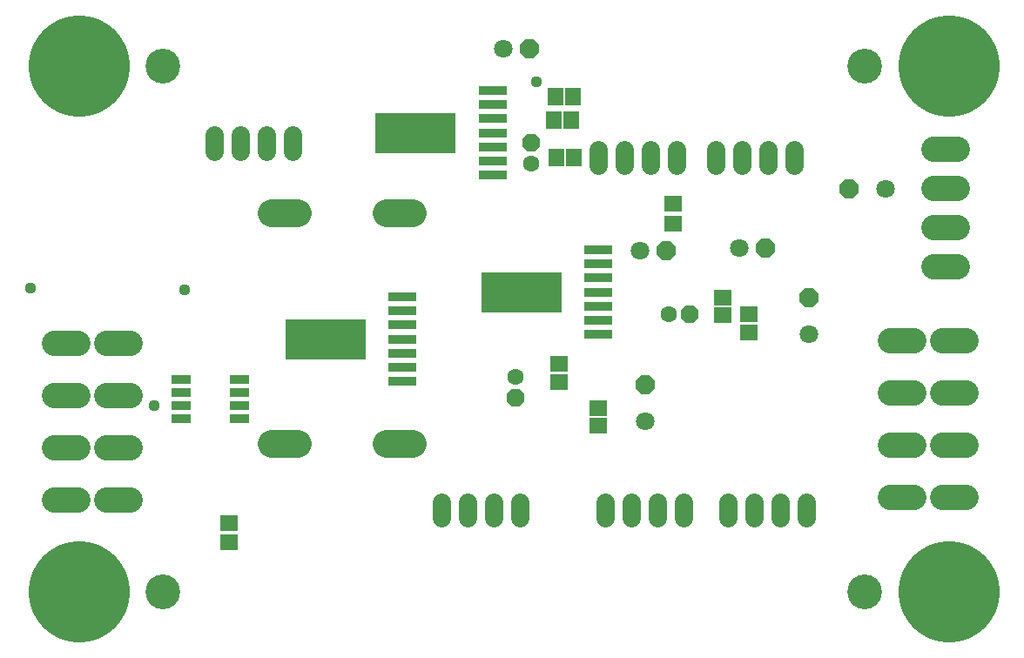
<source format=gbs>
G75*
%MOIN*%
%OFA0B0*%
%FSLAX24Y24*%
%IPPOS*%
%LPD*%
%AMOC8*
5,1,8,0,0,1.08239X$1,22.5*
%
%ADD10C,0.3880*%
%ADD11C,0.1330*%
%ADD12R,0.1080X0.0350*%
%ADD13R,0.3080X0.1580*%
%ADD14C,0.1080*%
%ADD15R,0.0592X0.0671*%
%ADD16OC8,0.0710*%
%ADD17C,0.0710*%
%ADD18OC8,0.0680*%
%ADD19C,0.0630*%
%ADD20C,0.0980*%
%ADD21R,0.0671X0.0592*%
%ADD22C,0.0710*%
%ADD23R,0.0769X0.0336*%
%ADD24C,0.0440*%
D10*
X005055Y005555D03*
X005055Y025695D03*
X038350Y025695D03*
X038350Y005555D03*
D11*
X035140Y005555D03*
X008265Y005555D03*
X008265Y025695D03*
X035140Y025695D03*
D12*
X024930Y018650D03*
X024930Y018110D03*
X024930Y017570D03*
X024930Y017030D03*
X024930Y016490D03*
X024930Y015950D03*
X024930Y015410D03*
X017430Y015230D03*
X017430Y014690D03*
X017430Y014150D03*
X017430Y013610D03*
X017430Y015770D03*
X017430Y016310D03*
X017430Y016850D03*
X020880Y021510D03*
X020880Y022050D03*
X020880Y022590D03*
X020880Y023130D03*
X020880Y023670D03*
X020880Y024210D03*
X020880Y024750D03*
D13*
X017930Y023130D03*
X021980Y017030D03*
X014480Y015230D03*
D14*
X013430Y011200D02*
X012430Y011200D01*
X016830Y011200D02*
X017830Y011200D01*
X017830Y020060D02*
X016830Y020060D01*
X013430Y020060D02*
X012430Y020060D01*
D15*
X023325Y022190D03*
X023995Y022190D03*
X023905Y023620D03*
X023235Y023620D03*
X023295Y024530D03*
X023965Y024530D03*
D16*
X022290Y026350D03*
X027530Y018630D03*
X031330Y018710D03*
X032990Y016830D03*
X034530Y020980D03*
X026730Y013480D03*
D17*
X026730Y012080D03*
X032990Y015430D03*
X030330Y018710D03*
X026530Y018630D03*
X035930Y020980D03*
X021290Y026350D03*
D18*
X022360Y022740D03*
X028430Y016180D03*
X021766Y012994D03*
D19*
X021766Y013794D03*
X027630Y016180D03*
X022360Y021940D03*
D20*
X036080Y015180D02*
X036980Y015180D01*
X038080Y015180D02*
X038980Y015180D01*
X038980Y013180D02*
X038080Y013180D01*
X036980Y013180D02*
X036080Y013180D01*
X036080Y011180D02*
X036980Y011180D01*
X038080Y011180D02*
X038980Y011180D01*
X038980Y009180D02*
X038080Y009180D01*
X036980Y009180D02*
X036080Y009180D01*
X037752Y018006D02*
X038652Y018006D01*
X038652Y019506D02*
X037752Y019506D01*
X037752Y021006D02*
X038652Y021006D01*
X038652Y022506D02*
X037752Y022506D01*
X006980Y015080D02*
X006080Y015080D01*
X004980Y015080D02*
X004080Y015080D01*
X004080Y013080D02*
X004980Y013080D01*
X006080Y013080D02*
X006980Y013080D01*
X006980Y011080D02*
X006080Y011080D01*
X004980Y011080D02*
X004080Y011080D01*
X004080Y009080D02*
X004980Y009080D01*
X006080Y009080D02*
X006980Y009080D01*
D21*
X010780Y008184D03*
X010780Y007436D03*
X023430Y013595D03*
X023430Y014265D03*
X024940Y012585D03*
X024940Y011915D03*
X030680Y015495D03*
X030680Y016165D03*
X029680Y016145D03*
X029680Y016815D03*
X027780Y019656D03*
X027780Y020404D03*
D22*
X027930Y021865D02*
X027930Y022495D01*
X026930Y022495D02*
X026930Y021865D01*
X025930Y021865D02*
X025930Y022495D01*
X024930Y022495D02*
X024930Y021865D01*
X029430Y021865D02*
X029430Y022495D01*
X030430Y022495D02*
X030430Y021865D01*
X031430Y021865D02*
X031430Y022495D01*
X032430Y022495D02*
X032430Y021865D01*
X032880Y008995D02*
X032880Y008365D01*
X031880Y008365D02*
X031880Y008995D01*
X030880Y008995D02*
X030880Y008365D01*
X029880Y008365D02*
X029880Y008995D01*
X028180Y008995D02*
X028180Y008365D01*
X027180Y008365D02*
X027180Y008995D01*
X026180Y008995D02*
X026180Y008365D01*
X025180Y008365D02*
X025180Y008995D01*
X021930Y008995D02*
X021930Y008365D01*
X020930Y008365D02*
X020930Y008995D01*
X019930Y008995D02*
X019930Y008365D01*
X018930Y008365D02*
X018930Y008995D01*
X013230Y022415D02*
X013230Y023045D01*
X012230Y023045D02*
X012230Y022415D01*
X011230Y022415D02*
X011230Y023045D01*
X010230Y023045D02*
X010230Y022415D01*
D23*
X011180Y013680D03*
X011180Y013180D03*
X011180Y012680D03*
X011180Y012180D03*
X008975Y012180D03*
X008975Y012680D03*
X008975Y013180D03*
X008975Y013680D03*
D24*
X007930Y012680D03*
X009080Y017130D03*
X003180Y017180D03*
X022570Y025070D03*
M02*

</source>
